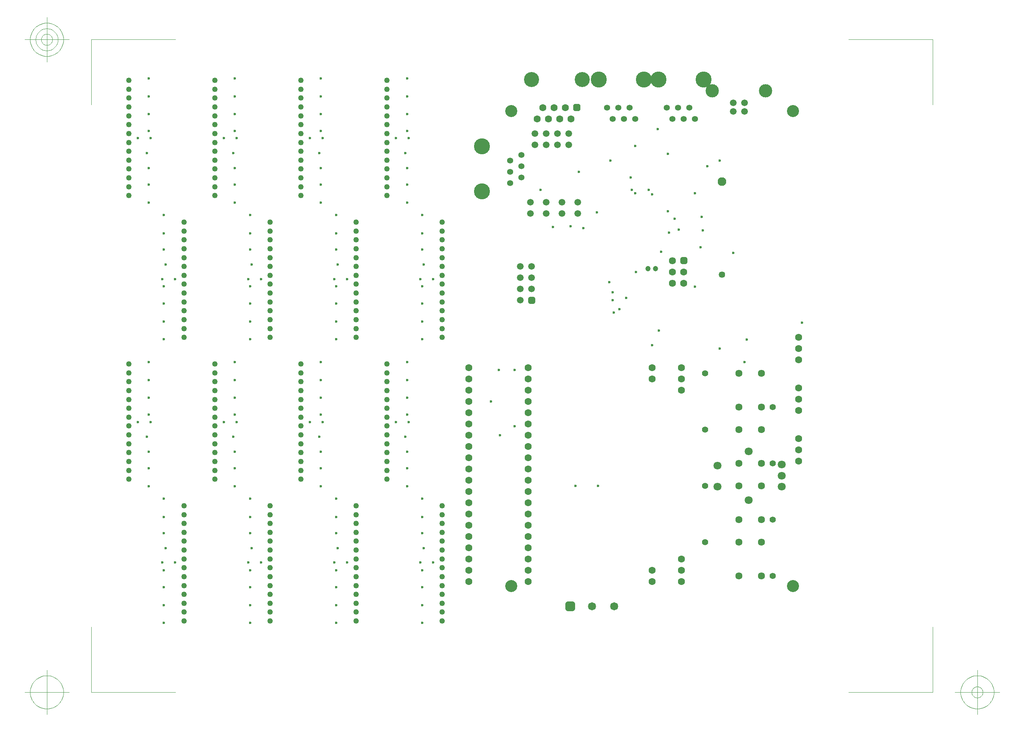
<source format=gbr>
G04 Generated by Ultiboard *
%FSLAX25Y25*%
%MOMM*%

%ADD10C,0.10000*%
%ADD11C,0.60000*%
%ADD12C,1.60000*%
%ADD13C,1.45560*%
%ADD14C,1.95560*%
%ADD15C,1.35560*%
%ADD16C,3.60560*%
%ADD17R,0.60508X0.60508*%
%ADD18C,0.99492*%
%ADD19C,1.60884*%
%ADD20C,3.38684*%
%ADD21C,1.60800*%
%ADD22R,0.75342X0.75342*%
%ADD23C,0.84658*%
%ADD24C,1.25000*%
%ADD25C,2.70916*%
%ADD26C,1.82016*%
%ADD27R,0.95250X0.95250*%
%ADD28C,1.29108*%
%ADD29C,1.50000*%
%ADD30R,0.63500X0.63500*%
%ADD31C,0.88900*%
%ADD32C,1.20000*%
%ADD33C,3.00000*%
%ADD34C,1.39700*%
%ADD35C,1.80000*%


%LNCopper Inner 1*%
%LPD*%
%FSLAX25Y25*%
%MOMM*%
G54D10*
X-500000Y-1186867D02*
X-500000Y285820D01*
X-500000Y-1186867D02*
X1397147Y-1186867D01*
X18471467Y-1186867D02*
X16574320Y-1186867D01*
X18471467Y-1186867D02*
X18471467Y285820D01*
X18471467Y13540000D02*
X18471467Y12067314D01*
X18471467Y13540000D02*
X16574320Y13540000D01*
X-500000Y13540000D02*
X1397147Y13540000D01*
X-500000Y13540000D02*
X-500000Y12067314D01*
X-1000000Y-1186867D02*
X-2000000Y-1186867D01*
X-1500000Y-1686867D02*
X-1500000Y-686867D01*
X-1125000Y-1186867D02*
X-1126806Y-1150110D01*
X-1126806Y-1150110D02*
X-1132206Y-1113708D01*
X-1132206Y-1113708D02*
X-1141147Y-1078010D01*
X-1141147Y-1078010D02*
X-1153545Y-1043360D01*
X-1153545Y-1043360D02*
X-1169280Y-1010093D01*
X-1169280Y-1010093D02*
X-1188199Y-978528D01*
X-1188199Y-978528D02*
X-1210121Y-948969D01*
X-1210121Y-948969D02*
X-1234835Y-921702D01*
X-1234835Y-921702D02*
X-1262103Y-896988D01*
X-1262103Y-896988D02*
X-1291661Y-875066D01*
X-1291661Y-875066D02*
X-1323226Y-856146D01*
X-1323226Y-856146D02*
X-1356494Y-840412D01*
X-1356494Y-840412D02*
X-1391143Y-828014D01*
X-1391143Y-828014D02*
X-1426841Y-819072D01*
X-1426841Y-819072D02*
X-1463244Y-813672D01*
X-1463244Y-813672D02*
X-1500000Y-811867D01*
X-1500000Y-811867D02*
X-1536756Y-813672D01*
X-1536756Y-813672D02*
X-1573159Y-819072D01*
X-1573159Y-819072D02*
X-1608857Y-828014D01*
X-1608857Y-828014D02*
X-1643506Y-840412D01*
X-1643506Y-840412D02*
X-1676774Y-856146D01*
X-1676774Y-856146D02*
X-1708339Y-875066D01*
X-1708339Y-875066D02*
X-1737897Y-896988D01*
X-1737897Y-896988D02*
X-1765165Y-921702D01*
X-1765165Y-921702D02*
X-1789879Y-948969D01*
X-1789879Y-948969D02*
X-1811801Y-978528D01*
X-1811801Y-978528D02*
X-1830720Y-1010093D01*
X-1830720Y-1010093D02*
X-1846455Y-1043360D01*
X-1846455Y-1043360D02*
X-1858853Y-1078010D01*
X-1858853Y-1078010D02*
X-1867794Y-1113708D01*
X-1867794Y-1113708D02*
X-1873194Y-1150110D01*
X-1873194Y-1150110D02*
X-1875000Y-1186867D01*
X-1875000Y-1186867D02*
X-1873194Y-1223623D01*
X-1873194Y-1223623D02*
X-1867794Y-1260025D01*
X-1867794Y-1260025D02*
X-1858853Y-1295723D01*
X-1858853Y-1295723D02*
X-1846455Y-1330373D01*
X-1846455Y-1330373D02*
X-1830720Y-1363640D01*
X-1830720Y-1363640D02*
X-1811801Y-1395205D01*
X-1811801Y-1395205D02*
X-1789879Y-1424764D01*
X-1789879Y-1424764D02*
X-1765165Y-1452032D01*
X-1765165Y-1452032D02*
X-1737897Y-1476746D01*
X-1737897Y-1476746D02*
X-1708339Y-1498668D01*
X-1708339Y-1498668D02*
X-1676774Y-1517587D01*
X-1676774Y-1517587D02*
X-1643506Y-1533321D01*
X-1643506Y-1533321D02*
X-1608857Y-1545719D01*
X-1608857Y-1545719D02*
X-1573159Y-1554661D01*
X-1573159Y-1554661D02*
X-1536756Y-1560061D01*
X-1536756Y-1560061D02*
X-1500000Y-1561867D01*
X-1500000Y-1561867D02*
X-1463244Y-1560061D01*
X-1463244Y-1560061D02*
X-1426841Y-1554661D01*
X-1426841Y-1554661D02*
X-1391143Y-1545719D01*
X-1391143Y-1545719D02*
X-1356494Y-1533321D01*
X-1356494Y-1533321D02*
X-1323226Y-1517587D01*
X-1323226Y-1517587D02*
X-1291661Y-1498668D01*
X-1291661Y-1498668D02*
X-1262103Y-1476746D01*
X-1262103Y-1476746D02*
X-1234835Y-1452032D01*
X-1234835Y-1452032D02*
X-1210121Y-1424764D01*
X-1210121Y-1424764D02*
X-1188199Y-1395205D01*
X-1188199Y-1395205D02*
X-1169280Y-1363640D01*
X-1169280Y-1363640D02*
X-1153545Y-1330373D01*
X-1153545Y-1330373D02*
X-1141147Y-1295723D01*
X-1141147Y-1295723D02*
X-1132206Y-1260025D01*
X-1132206Y-1260025D02*
X-1126806Y-1223623D01*
X-1126806Y-1223623D02*
X-1125000Y-1186867D01*
X18971467Y-1186867D02*
X19971467Y-1186867D01*
X19471467Y-1686867D02*
X19471467Y-686867D01*
X19846467Y-1186867D02*
X19844661Y-1150110D01*
X19844661Y-1150110D02*
X19839261Y-1113708D01*
X19839261Y-1113708D02*
X19830319Y-1078010D01*
X19830319Y-1078010D02*
X19817922Y-1043360D01*
X19817922Y-1043360D02*
X19802187Y-1010093D01*
X19802187Y-1010093D02*
X19783268Y-978528D01*
X19783268Y-978528D02*
X19761346Y-948969D01*
X19761346Y-948969D02*
X19736632Y-921702D01*
X19736632Y-921702D02*
X19709364Y-896988D01*
X19709364Y-896988D02*
X19679806Y-875066D01*
X19679806Y-875066D02*
X19648240Y-856146D01*
X19648240Y-856146D02*
X19614973Y-840412D01*
X19614973Y-840412D02*
X19580323Y-828014D01*
X19580323Y-828014D02*
X19544626Y-819072D01*
X19544626Y-819072D02*
X19508223Y-813672D01*
X19508223Y-813672D02*
X19471467Y-811867D01*
X19471467Y-811867D02*
X19434710Y-813672D01*
X19434710Y-813672D02*
X19398308Y-819072D01*
X19398308Y-819072D02*
X19362610Y-828014D01*
X19362610Y-828014D02*
X19327961Y-840412D01*
X19327961Y-840412D02*
X19294693Y-856146D01*
X19294693Y-856146D02*
X19263128Y-875066D01*
X19263128Y-875066D02*
X19233569Y-896988D01*
X19233569Y-896988D02*
X19206302Y-921702D01*
X19206302Y-921702D02*
X19181588Y-948969D01*
X19181588Y-948969D02*
X19159666Y-978528D01*
X19159666Y-978528D02*
X19140746Y-1010093D01*
X19140746Y-1010093D02*
X19125012Y-1043360D01*
X19125012Y-1043360D02*
X19112614Y-1078010D01*
X19112614Y-1078010D02*
X19103672Y-1113708D01*
X19103672Y-1113708D02*
X19098273Y-1150110D01*
X19098273Y-1150110D02*
X19096467Y-1186867D01*
X19096467Y-1186867D02*
X19098273Y-1223623D01*
X19098273Y-1223623D02*
X19103672Y-1260025D01*
X19103672Y-1260025D02*
X19112614Y-1295723D01*
X19112614Y-1295723D02*
X19125012Y-1330373D01*
X19125012Y-1330373D02*
X19140746Y-1363640D01*
X19140746Y-1363640D02*
X19159666Y-1395205D01*
X19159666Y-1395205D02*
X19181588Y-1424764D01*
X19181588Y-1424764D02*
X19206302Y-1452032D01*
X19206302Y-1452032D02*
X19233569Y-1476746D01*
X19233569Y-1476746D02*
X19263128Y-1498668D01*
X19263128Y-1498668D02*
X19294693Y-1517587D01*
X19294693Y-1517587D02*
X19327961Y-1533321D01*
X19327961Y-1533321D02*
X19362610Y-1545719D01*
X19362610Y-1545719D02*
X19398308Y-1554661D01*
X19398308Y-1554661D02*
X19434710Y-1560061D01*
X19434710Y-1560061D02*
X19471467Y-1561867D01*
X19471467Y-1561867D02*
X19508223Y-1560061D01*
X19508223Y-1560061D02*
X19544626Y-1554661D01*
X19544626Y-1554661D02*
X19580323Y-1545719D01*
X19580323Y-1545719D02*
X19614973Y-1533321D01*
X19614973Y-1533321D02*
X19648240Y-1517587D01*
X19648240Y-1517587D02*
X19679806Y-1498668D01*
X19679806Y-1498668D02*
X19709364Y-1476746D01*
X19709364Y-1476746D02*
X19736632Y-1452032D01*
X19736632Y-1452032D02*
X19761346Y-1424764D01*
X19761346Y-1424764D02*
X19783268Y-1395205D01*
X19783268Y-1395205D02*
X19802187Y-1363640D01*
X19802187Y-1363640D02*
X19817922Y-1330373D01*
X19817922Y-1330373D02*
X19830319Y-1295723D01*
X19830319Y-1295723D02*
X19839261Y-1260025D01*
X19839261Y-1260025D02*
X19844661Y-1223623D01*
X19844661Y-1223623D02*
X19846467Y-1186867D01*
X19596467Y-1186867D02*
X19595865Y-1174615D01*
X19595865Y-1174615D02*
X19594065Y-1162480D01*
X19594065Y-1162480D02*
X19591084Y-1150581D01*
X19591084Y-1150581D02*
X19586952Y-1139031D01*
X19586952Y-1139031D02*
X19581707Y-1127942D01*
X19581707Y-1127942D02*
X19575400Y-1117420D01*
X19575400Y-1117420D02*
X19568093Y-1107568D01*
X19568093Y-1107568D02*
X19559855Y-1098478D01*
X19559855Y-1098478D02*
X19550766Y-1090240D01*
X19550766Y-1090240D02*
X19540913Y-1082933D01*
X19540913Y-1082933D02*
X19530391Y-1076627D01*
X19530391Y-1076627D02*
X19519302Y-1071382D01*
X19519302Y-1071382D02*
X19507752Y-1067249D01*
X19507752Y-1067249D02*
X19495853Y-1064269D01*
X19495853Y-1064269D02*
X19483719Y-1062469D01*
X19483719Y-1062469D02*
X19471467Y-1061867D01*
X19471467Y-1061867D02*
X19459215Y-1062469D01*
X19459215Y-1062469D02*
X19447081Y-1064269D01*
X19447081Y-1064269D02*
X19435181Y-1067249D01*
X19435181Y-1067249D02*
X19423631Y-1071382D01*
X19423631Y-1071382D02*
X19412542Y-1076627D01*
X19412542Y-1076627D02*
X19402021Y-1082933D01*
X19402021Y-1082933D02*
X19392168Y-1090240D01*
X19392168Y-1090240D02*
X19383078Y-1098478D01*
X19383078Y-1098478D02*
X19374840Y-1107568D01*
X19374840Y-1107568D02*
X19367533Y-1117420D01*
X19367533Y-1117420D02*
X19361227Y-1127942D01*
X19361227Y-1127942D02*
X19355982Y-1139031D01*
X19355982Y-1139031D02*
X19351849Y-1150581D01*
X19351849Y-1150581D02*
X19348869Y-1162480D01*
X19348869Y-1162480D02*
X19347069Y-1174615D01*
X19347069Y-1174615D02*
X19346467Y-1186867D01*
X19346467Y-1186867D02*
X19347069Y-1199119D01*
X19347069Y-1199119D02*
X19348869Y-1211253D01*
X19348869Y-1211253D02*
X19351849Y-1223152D01*
X19351849Y-1223152D02*
X19355982Y-1234702D01*
X19355982Y-1234702D02*
X19361227Y-1245791D01*
X19361227Y-1245791D02*
X19367533Y-1256313D01*
X19367533Y-1256313D02*
X19374840Y-1266166D01*
X19374840Y-1266166D02*
X19383078Y-1275255D01*
X19383078Y-1275255D02*
X19392168Y-1283493D01*
X19392168Y-1283493D02*
X19402021Y-1290800D01*
X19402021Y-1290800D02*
X19412542Y-1297107D01*
X19412542Y-1297107D02*
X19423631Y-1302352D01*
X19423631Y-1302352D02*
X19435181Y-1306484D01*
X19435181Y-1306484D02*
X19447081Y-1309465D01*
X19447081Y-1309465D02*
X19459215Y-1311265D01*
X19459215Y-1311265D02*
X19471467Y-1311867D01*
X19471467Y-1311867D02*
X19483719Y-1311265D01*
X19483719Y-1311265D02*
X19495853Y-1309465D01*
X19495853Y-1309465D02*
X19507752Y-1306484D01*
X19507752Y-1306484D02*
X19519302Y-1302352D01*
X19519302Y-1302352D02*
X19530391Y-1297107D01*
X19530391Y-1297107D02*
X19540913Y-1290800D01*
X19540913Y-1290800D02*
X19550766Y-1283493D01*
X19550766Y-1283493D02*
X19559855Y-1275255D01*
X19559855Y-1275255D02*
X19568093Y-1266166D01*
X19568093Y-1266166D02*
X19575400Y-1256313D01*
X19575400Y-1256313D02*
X19581707Y-1245791D01*
X19581707Y-1245791D02*
X19586952Y-1234702D01*
X19586952Y-1234702D02*
X19591084Y-1223152D01*
X19591084Y-1223152D02*
X19594065Y-1211253D01*
X19594065Y-1211253D02*
X19595865Y-1199119D01*
X19595865Y-1199119D02*
X19596467Y-1186867D01*
X-1000000Y13540000D02*
X-2000000Y13540000D01*
X-1500000Y13040000D02*
X-1500000Y14040000D01*
X-1125000Y13540000D02*
X-1126806Y13576757D01*
X-1126806Y13576757D02*
X-1132206Y13613159D01*
X-1132206Y13613159D02*
X-1141147Y13648857D01*
X-1141147Y13648857D02*
X-1153545Y13683506D01*
X-1153545Y13683506D02*
X-1169280Y13716774D01*
X-1169280Y13716774D02*
X-1188199Y13748339D01*
X-1188199Y13748339D02*
X-1210121Y13777898D01*
X-1210121Y13777898D02*
X-1234835Y13805165D01*
X-1234835Y13805165D02*
X-1262103Y13829879D01*
X-1262103Y13829879D02*
X-1291661Y13851801D01*
X-1291661Y13851801D02*
X-1323226Y13870721D01*
X-1323226Y13870721D02*
X-1356494Y13886455D01*
X-1356494Y13886455D02*
X-1391143Y13898853D01*
X-1391143Y13898853D02*
X-1426841Y13907795D01*
X-1426841Y13907795D02*
X-1463244Y13913194D01*
X-1463244Y13913194D02*
X-1500000Y13915000D01*
X-1500000Y13915000D02*
X-1536756Y13913194D01*
X-1536756Y13913194D02*
X-1573159Y13907795D01*
X-1573159Y13907795D02*
X-1608857Y13898853D01*
X-1608857Y13898853D02*
X-1643506Y13886455D01*
X-1643506Y13886455D02*
X-1676774Y13870721D01*
X-1676774Y13870721D02*
X-1708339Y13851801D01*
X-1708339Y13851801D02*
X-1737897Y13829879D01*
X-1737897Y13829879D02*
X-1765165Y13805165D01*
X-1765165Y13805165D02*
X-1789879Y13777898D01*
X-1789879Y13777898D02*
X-1811801Y13748339D01*
X-1811801Y13748339D02*
X-1830720Y13716774D01*
X-1830720Y13716774D02*
X-1846455Y13683506D01*
X-1846455Y13683506D02*
X-1858853Y13648857D01*
X-1858853Y13648857D02*
X-1867794Y13613159D01*
X-1867794Y13613159D02*
X-1873194Y13576757D01*
X-1873194Y13576757D02*
X-1875000Y13540000D01*
X-1875000Y13540000D02*
X-1873194Y13503244D01*
X-1873194Y13503244D02*
X-1867794Y13466841D01*
X-1867794Y13466841D02*
X-1858853Y13431143D01*
X-1858853Y13431143D02*
X-1846455Y13396494D01*
X-1846455Y13396494D02*
X-1830720Y13363226D01*
X-1830720Y13363226D02*
X-1811801Y13331661D01*
X-1811801Y13331661D02*
X-1789879Y13302103D01*
X-1789879Y13302103D02*
X-1765165Y13274835D01*
X-1765165Y13274835D02*
X-1737897Y13250121D01*
X-1737897Y13250121D02*
X-1708339Y13228199D01*
X-1708339Y13228199D02*
X-1676774Y13209280D01*
X-1676774Y13209280D02*
X-1643506Y13193545D01*
X-1643506Y13193545D02*
X-1608857Y13181148D01*
X-1608857Y13181148D02*
X-1573159Y13172206D01*
X-1573159Y13172206D02*
X-1536756Y13166806D01*
X-1536756Y13166806D02*
X-1500000Y13165000D01*
X-1500000Y13165000D02*
X-1463244Y13166806D01*
X-1463244Y13166806D02*
X-1426841Y13172206D01*
X-1426841Y13172206D02*
X-1391143Y13181148D01*
X-1391143Y13181148D02*
X-1356494Y13193545D01*
X-1356494Y13193545D02*
X-1323226Y13209280D01*
X-1323226Y13209280D02*
X-1291661Y13228199D01*
X-1291661Y13228199D02*
X-1262103Y13250121D01*
X-1262103Y13250121D02*
X-1234835Y13274835D01*
X-1234835Y13274835D02*
X-1210121Y13302103D01*
X-1210121Y13302103D02*
X-1188199Y13331661D01*
X-1188199Y13331661D02*
X-1169280Y13363226D01*
X-1169280Y13363226D02*
X-1153545Y13396494D01*
X-1153545Y13396494D02*
X-1141147Y13431143D01*
X-1141147Y13431143D02*
X-1132206Y13466841D01*
X-1132206Y13466841D02*
X-1126806Y13503244D01*
X-1126806Y13503244D02*
X-1125000Y13540000D01*
X-1250000Y13540000D02*
X-1251204Y13564504D01*
X-1251204Y13564504D02*
X-1254804Y13588773D01*
X-1254804Y13588773D02*
X-1260765Y13612571D01*
X-1260765Y13612571D02*
X-1269030Y13635671D01*
X-1269030Y13635671D02*
X-1279520Y13657849D01*
X-1279520Y13657849D02*
X-1292133Y13678893D01*
X-1292133Y13678893D02*
X-1306747Y13698598D01*
X-1306747Y13698598D02*
X-1323223Y13716777D01*
X-1323223Y13716777D02*
X-1341402Y13733253D01*
X-1341402Y13733253D02*
X-1361108Y13747868D01*
X-1361108Y13747868D02*
X-1382151Y13760480D01*
X-1382151Y13760480D02*
X-1404329Y13770970D01*
X-1404329Y13770970D02*
X-1427429Y13779235D01*
X-1427429Y13779235D02*
X-1451228Y13785196D01*
X-1451228Y13785196D02*
X-1475496Y13788796D01*
X-1475496Y13788796D02*
X-1500000Y13790000D01*
X-1500000Y13790000D02*
X-1524504Y13788796D01*
X-1524504Y13788796D02*
X-1548773Y13785196D01*
X-1548773Y13785196D02*
X-1572571Y13779235D01*
X-1572571Y13779235D02*
X-1595671Y13770970D01*
X-1595671Y13770970D02*
X-1617849Y13760480D01*
X-1617849Y13760480D02*
X-1638893Y13747868D01*
X-1638893Y13747868D02*
X-1658598Y13733253D01*
X-1658598Y13733253D02*
X-1676777Y13716777D01*
X-1676777Y13716777D02*
X-1693253Y13698598D01*
X-1693253Y13698598D02*
X-1707867Y13678893D01*
X-1707867Y13678893D02*
X-1720480Y13657849D01*
X-1720480Y13657849D02*
X-1730970Y13635671D01*
X-1730970Y13635671D02*
X-1739235Y13612571D01*
X-1739235Y13612571D02*
X-1745196Y13588773D01*
X-1745196Y13588773D02*
X-1748796Y13564504D01*
X-1748796Y13564504D02*
X-1750000Y13540000D01*
X-1750000Y13540000D02*
X-1748796Y13515496D01*
X-1748796Y13515496D02*
X-1745196Y13491228D01*
X-1745196Y13491228D02*
X-1739235Y13467429D01*
X-1739235Y13467429D02*
X-1730970Y13444329D01*
X-1730970Y13444329D02*
X-1720480Y13422151D01*
X-1720480Y13422151D02*
X-1707867Y13401108D01*
X-1707867Y13401108D02*
X-1693253Y13381402D01*
X-1693253Y13381402D02*
X-1676777Y13363223D01*
X-1676777Y13363223D02*
X-1658598Y13346748D01*
X-1658598Y13346748D02*
X-1638893Y13332133D01*
X-1638893Y13332133D02*
X-1617849Y13319520D01*
X-1617849Y13319520D02*
X-1595671Y13309030D01*
X-1595671Y13309030D02*
X-1572571Y13300765D01*
X-1572571Y13300765D02*
X-1548773Y13294804D01*
X-1548773Y13294804D02*
X-1524504Y13291204D01*
X-1524504Y13291204D02*
X-1500000Y13290000D01*
X-1500000Y13290000D02*
X-1475496Y13291204D01*
X-1475496Y13291204D02*
X-1451228Y13294804D01*
X-1451228Y13294804D02*
X-1427429Y13300765D01*
X-1427429Y13300765D02*
X-1404329Y13309030D01*
X-1404329Y13309030D02*
X-1382151Y13319520D01*
X-1382151Y13319520D02*
X-1361108Y13332133D01*
X-1361108Y13332133D02*
X-1341402Y13346748D01*
X-1341402Y13346748D02*
X-1323223Y13363223D01*
X-1323223Y13363223D02*
X-1306747Y13381402D01*
X-1306747Y13381402D02*
X-1292133Y13401108D01*
X-1292133Y13401108D02*
X-1279520Y13422151D01*
X-1279520Y13422151D02*
X-1269030Y13444329D01*
X-1269030Y13444329D02*
X-1260765Y13467429D01*
X-1260765Y13467429D02*
X-1254804Y13491228D01*
X-1254804Y13491228D02*
X-1251204Y13515496D01*
X-1251204Y13515496D02*
X-1250000Y13540000D01*
X-1375000Y13540000D02*
X-1375602Y13552252D01*
X-1375602Y13552252D02*
X-1377402Y13564386D01*
X-1377402Y13564386D02*
X-1380383Y13576286D01*
X-1380383Y13576286D02*
X-1384515Y13587836D01*
X-1384515Y13587836D02*
X-1389760Y13598925D01*
X-1389760Y13598925D02*
X-1396066Y13609446D01*
X-1396066Y13609446D02*
X-1403374Y13619299D01*
X-1403374Y13619299D02*
X-1411612Y13628388D01*
X-1411612Y13628388D02*
X-1420701Y13636626D01*
X-1420701Y13636626D02*
X-1430554Y13643934D01*
X-1430554Y13643934D02*
X-1441076Y13650240D01*
X-1441076Y13650240D02*
X-1452165Y13655485D01*
X-1452165Y13655485D02*
X-1463715Y13659618D01*
X-1463715Y13659618D02*
X-1475614Y13662598D01*
X-1475614Y13662598D02*
X-1487748Y13664398D01*
X-1487748Y13664398D02*
X-1500000Y13665000D01*
X-1500000Y13665000D02*
X-1512252Y13664398D01*
X-1512252Y13664398D02*
X-1524386Y13662598D01*
X-1524386Y13662598D02*
X-1536286Y13659618D01*
X-1536286Y13659618D02*
X-1547835Y13655485D01*
X-1547835Y13655485D02*
X-1558925Y13650240D01*
X-1558925Y13650240D02*
X-1569446Y13643934D01*
X-1569446Y13643934D02*
X-1579299Y13636626D01*
X-1579299Y13636626D02*
X-1588388Y13628388D01*
X-1588388Y13628388D02*
X-1596626Y13619299D01*
X-1596626Y13619299D02*
X-1603934Y13609446D01*
X-1603934Y13609446D02*
X-1610240Y13598925D01*
X-1610240Y13598925D02*
X-1615485Y13587836D01*
X-1615485Y13587836D02*
X-1619618Y13576286D01*
X-1619618Y13576286D02*
X-1622598Y13564386D01*
X-1622598Y13564386D02*
X-1624398Y13552252D01*
X-1624398Y13552252D02*
X-1625000Y13540000D01*
X-1625000Y13540000D02*
X-1624398Y13527748D01*
X-1624398Y13527748D02*
X-1622598Y13515614D01*
X-1622598Y13515614D02*
X-1619618Y13503715D01*
X-1619618Y13503715D02*
X-1615485Y13492165D01*
X-1615485Y13492165D02*
X-1610240Y13481076D01*
X-1610240Y13481076D02*
X-1603934Y13470554D01*
X-1603934Y13470554D02*
X-1596626Y13460701D01*
X-1596626Y13460701D02*
X-1588388Y13451612D01*
X-1588388Y13451612D02*
X-1579299Y13443374D01*
X-1579299Y13443374D02*
X-1569446Y13436066D01*
X-1569446Y13436066D02*
X-1558925Y13429760D01*
X-1558925Y13429760D02*
X-1547835Y13424515D01*
X-1547835Y13424515D02*
X-1536286Y13420383D01*
X-1536286Y13420383D02*
X-1524386Y13417402D01*
X-1524386Y13417402D02*
X-1512252Y13415602D01*
X-1512252Y13415602D02*
X-1500000Y13415000D01*
X-1500000Y13415000D02*
X-1487748Y13415602D01*
X-1487748Y13415602D02*
X-1475614Y13417402D01*
X-1475614Y13417402D02*
X-1463715Y13420383D01*
X-1463715Y13420383D02*
X-1452165Y13424515D01*
X-1452165Y13424515D02*
X-1441076Y13429760D01*
X-1441076Y13429760D02*
X-1430554Y13436066D01*
X-1430554Y13436066D02*
X-1420701Y13443374D01*
X-1420701Y13443374D02*
X-1411612Y13451612D01*
X-1411612Y13451612D02*
X-1403374Y13460701D01*
X-1403374Y13460701D02*
X-1396066Y13470554D01*
X-1396066Y13470554D02*
X-1389760Y13481076D01*
X-1389760Y13481076D02*
X-1384515Y13492165D01*
X-1384515Y13492165D02*
X-1380383Y13503715D01*
X-1380383Y13503715D02*
X-1377402Y13515614D01*
X-1377402Y13515614D02*
X-1375602Y13527748D01*
X-1375602Y13527748D02*
X-1375000Y13540000D01*
G54D11*
X12748200Y9255400D03*
X6370000Y4905000D03*
X6370000Y11315000D03*
X3080000Y3180000D03*
X1140000Y3180000D03*
X1140000Y1560000D03*
X1140000Y780000D03*
X1140000Y380000D03*
X1140000Y1180000D03*
X1140000Y2400000D03*
X1180000Y2060000D03*
X1100000Y1740000D03*
X1390000Y1740000D03*
X1140000Y2770000D03*
X3080000Y1560000D03*
X3080000Y780000D03*
X3080000Y380000D03*
X3080000Y1180000D03*
X3080000Y2400000D03*
X3040000Y1740000D03*
X3120000Y2060000D03*
X3080000Y2770000D03*
X760000Y4580000D03*
X800000Y3870000D03*
X800000Y3460000D03*
X800000Y4240000D03*
X840000Y4905000D03*
X800000Y6260000D03*
X800000Y5460000D03*
X800000Y5080000D03*
X800000Y5860000D03*
X550000Y4905000D03*
X2740000Y3460000D03*
X2740000Y3870000D03*
X2740000Y4240000D03*
X2700000Y4580000D03*
X2780000Y4905000D03*
X2490000Y4905000D03*
X2740000Y5080000D03*
X2740000Y5460000D03*
X2740000Y5860000D03*
X2740000Y6260000D03*
X5020000Y3180000D03*
X3330000Y1740000D03*
X5020000Y1560000D03*
X5020000Y780000D03*
X5020000Y380000D03*
X5020000Y1180000D03*
X5020000Y2400000D03*
X4980000Y1740000D03*
X5060000Y2060000D03*
X5270000Y1740000D03*
X5020000Y2770000D03*
X4680000Y3460000D03*
X4680000Y3870000D03*
X4680000Y4240000D03*
X4640000Y4580000D03*
X4430000Y4905000D03*
X4720000Y4905000D03*
X4680000Y5080000D03*
X4680000Y5460000D03*
X4680000Y5860000D03*
X4680000Y6260000D03*
X3080000Y9580000D03*
X1140000Y9580000D03*
X1140000Y7970000D03*
X1140000Y7180000D03*
X1140000Y6780000D03*
X1140000Y7580000D03*
X1140000Y8800000D03*
X1180000Y8460000D03*
X1100000Y8135000D03*
X1390000Y8135000D03*
X1140000Y9170000D03*
X3080000Y7970000D03*
X3080000Y7180000D03*
X3080000Y6780000D03*
X3080000Y7580000D03*
X3080000Y8800000D03*
X3040000Y8135000D03*
X3120000Y8460000D03*
X3080000Y9170000D03*
X760000Y10980000D03*
X800000Y10270000D03*
X800000Y9860000D03*
X800000Y10640000D03*
X840000Y11315000D03*
X800000Y12660000D03*
X800000Y11860000D03*
X800000Y11480000D03*
X800000Y12260000D03*
X550000Y11315000D03*
X2740000Y9860000D03*
X2740000Y10270000D03*
X2740000Y10640000D03*
X2700000Y10980000D03*
X2780000Y11315000D03*
X2490000Y11315000D03*
X2740000Y11480000D03*
X2740000Y11860000D03*
X2740000Y12260000D03*
X2740000Y12660000D03*
X5020000Y9580000D03*
X3330000Y8135000D03*
X5020000Y7970000D03*
X5020000Y7180000D03*
X5020000Y6780000D03*
X5020000Y7580000D03*
X5020000Y8800000D03*
X4980000Y8135000D03*
X5060000Y8460000D03*
X5270000Y8135000D03*
X5020000Y9170000D03*
X4680000Y9860000D03*
X4680000Y10270000D03*
X4680000Y10640000D03*
X4640000Y10980000D03*
X4430000Y11315000D03*
X4720000Y11315000D03*
X4680000Y11480000D03*
X4680000Y11860000D03*
X4680000Y12260000D03*
X4680000Y12660000D03*
X6960000Y3180000D03*
X6960000Y1560000D03*
X6960000Y780000D03*
X6960000Y380000D03*
X6960000Y1180000D03*
X7210000Y1740000D03*
X6960000Y2400000D03*
X6920000Y1740000D03*
X7000000Y2060000D03*
X6960000Y2770000D03*
X6620000Y3460000D03*
X6620000Y3870000D03*
X6620000Y4240000D03*
X6580000Y4580000D03*
X6660000Y4905000D03*
X6620000Y5080000D03*
X6620000Y5460000D03*
X6620000Y5860000D03*
X6620000Y6260000D03*
X9046200Y4816800D03*
X8716000Y4613600D03*
X8512800Y5375600D03*
X8690600Y6086800D03*
X9046200Y6086800D03*
X10417800Y3470600D03*
X10925800Y3470600D03*
X9630400Y10150800D03*
X6960000Y9580000D03*
X6960000Y7970000D03*
X6960000Y7180000D03*
X6960000Y6780000D03*
X6960000Y7580000D03*
X7210000Y8135000D03*
X6960000Y8800000D03*
X6920000Y8135000D03*
X7000000Y8460000D03*
X6960000Y9170000D03*
X6620000Y9860000D03*
X6620000Y10270000D03*
X6620000Y10640000D03*
X6580000Y10980000D03*
X6660000Y11315000D03*
X6620000Y11480000D03*
X6620000Y11860000D03*
X6620000Y12260000D03*
X6620000Y12660000D03*
X10900400Y9642800D03*
X11179800Y8068000D03*
X9909800Y9312600D03*
X10302200Y9324000D03*
X10595600Y9287200D03*
X11560800Y7712400D03*
X11281400Y7382200D03*
X11408400Y7458400D03*
X11256000Y7661600D03*
X11256000Y7839400D03*
X12145000Y6645600D03*
X12297400Y6975800D03*
X11779800Y8296600D03*
X12348200Y8753800D03*
X12526000Y9185600D03*
X12648000Y9495400D03*
X11205200Y10811200D03*
X10494000Y10557200D03*
X11662400Y10430200D03*
X11687800Y10150800D03*
X11764000Y10074600D03*
X11764000Y11141400D03*
X12145000Y10049200D03*
X12068800Y10150800D03*
X12500600Y9668200D03*
X12500600Y10963600D03*
X12272000Y11522400D03*
X14227800Y6264600D03*
X13110200Y7966400D03*
X13669000Y6569400D03*
X14278600Y6772600D03*
X13237200Y8855400D03*
X13288000Y9236400D03*
X13262600Y9541200D03*
X13973800Y8728400D03*
X15523200Y7153600D03*
X13110200Y10074600D03*
X13389600Y10684200D03*
X13669000Y10811200D03*
G54D12*
X9351000Y1565600D03*
X9351000Y1311600D03*
X9351000Y2327600D03*
X9351000Y2073600D03*
X9351000Y1819600D03*
X9351000Y2835600D03*
X9351000Y2581600D03*
X9351000Y3089600D03*
X9351000Y4867600D03*
X9351000Y3597600D03*
X9351000Y3343600D03*
X9351000Y3851600D03*
X9351000Y4359600D03*
X9351000Y4105600D03*
X9351000Y4613600D03*
X9351000Y5629600D03*
X9351000Y5121600D03*
X9351000Y5375600D03*
X9351000Y5883600D03*
X9351000Y6137600D03*
X12145000Y1565600D03*
X12145000Y1311600D03*
X12145000Y5883600D03*
X12145000Y6137600D03*
X12805400Y1819600D03*
X12805400Y1311600D03*
X12805400Y1565600D03*
X12805400Y5629600D03*
X12805400Y6137600D03*
X12805400Y5883600D03*
X8009400Y3089600D03*
X8009400Y1819600D03*
X8009400Y1311600D03*
X8009400Y1565600D03*
X8009400Y2581600D03*
X8009400Y2073600D03*
X8009400Y2327600D03*
X8009400Y2835600D03*
X8009400Y3343600D03*
X8009400Y4867600D03*
X8009400Y4105600D03*
X8009400Y3597600D03*
X8009400Y3851600D03*
X8009400Y4613600D03*
X8009400Y4359600D03*
X8009400Y5629600D03*
X8009400Y5375600D03*
X8009400Y5121600D03*
X8009400Y6137600D03*
X8009400Y5883600D03*
X12856200Y8042600D03*
X12856200Y8296600D03*
X12602200Y8296600D03*
X9554200Y11751000D03*
X9681200Y12005000D03*
X10189200Y12005000D03*
X9935200Y12005000D03*
X10062200Y11751000D03*
X9808200Y11751000D03*
X15447000Y6315400D03*
X15447000Y6823400D03*
X15447000Y6569400D03*
X15447000Y4029400D03*
X15447000Y4283400D03*
X15447000Y4537400D03*
X15447000Y5680400D03*
X15447000Y5172400D03*
X15447000Y5426400D03*
G54D13*
X13720400Y8234600D03*
G54D14*
X13720400Y10334600D03*
G54D15*
X12729200Y12005000D03*
X12856200Y11751000D03*
X12475200Y12005000D03*
X12602200Y11751000D03*
X12983200Y12005000D03*
X13110200Y11751000D03*
X11129000Y12005000D03*
X11256000Y11751000D03*
X11383000Y12005000D03*
X11637000Y12005000D03*
X11510000Y11751000D03*
X11764000Y11751000D03*
X9198600Y10430200D03*
X8944600Y10303200D03*
X9198600Y10938200D03*
X9198600Y10684200D03*
X8944600Y10811200D03*
X8944600Y10557200D03*
G54D16*
X12284700Y12640000D03*
X13300700Y12640000D03*
X10938500Y12640000D03*
X11954500Y12640000D03*
X8309600Y11128700D03*
X8309600Y10112700D03*
G54D17*
X12856200Y8550600D03*
G54D18*
X12825946Y8520346D02*
X12886454Y8520346D01*
X12886454Y8580854D01*
X12825946Y8580854D01*
X12825946Y8520346D01*D02*
G54D19*
X12602200Y8042600D03*
X12602200Y8550600D03*
X14100800Y2708600D03*
X14608800Y2708600D03*
X14100800Y3470600D03*
X14608800Y3470600D03*
X14100800Y1438600D03*
X14100800Y2200600D03*
X14608800Y1438600D03*
X14608800Y2200600D03*
X14100800Y4740600D03*
X14100800Y3978600D03*
X14608800Y4740600D03*
X14608800Y3978600D03*
X14100800Y5248600D03*
X14100800Y6010600D03*
X14608800Y5248600D03*
X14608800Y6010600D03*
G54D20*
X9427200Y12640000D03*
X10570200Y12640000D03*
G54D21*
X10316200Y11751000D03*
G54D22*
X10443200Y12005000D03*
G54D23*
X10405529Y11967329D02*
X10480871Y11967329D01*
X10480871Y12042671D01*
X10405529Y12042671D01*
X10405529Y11967329D01*D02*
G54D24*
X1590000Y820000D03*
X1590000Y1020000D03*
X1590000Y1220000D03*
X1590000Y1420000D03*
X1590000Y2020000D03*
X1590000Y2220000D03*
X1590000Y2420000D03*
X1590000Y2620000D03*
X1590000Y1820000D03*
X1590000Y2820000D03*
X1590000Y1620000D03*
X1590000Y620000D03*
X1590000Y420000D03*
X1590000Y3020000D03*
X350000Y4820000D03*
X350000Y4020000D03*
X350000Y3620000D03*
X350000Y3820000D03*
X350000Y4620000D03*
X350000Y4420000D03*
X350000Y4220000D03*
X350000Y5620000D03*
X350000Y5420000D03*
X350000Y5220000D03*
X350000Y5020000D03*
X350000Y5820000D03*
X350000Y6020000D03*
X350000Y6220000D03*
X2290000Y4820000D03*
X2290000Y4020000D03*
X2290000Y3620000D03*
X2290000Y3820000D03*
X2290000Y4420000D03*
X2290000Y4220000D03*
X2290000Y4620000D03*
X2290000Y5620000D03*
X2290000Y5220000D03*
X2290000Y5020000D03*
X2290000Y5420000D03*
X2290000Y6020000D03*
X2290000Y5820000D03*
X2290000Y6220000D03*
X3530000Y1620000D03*
X3530000Y820000D03*
X3530000Y620000D03*
X3530000Y420000D03*
X3530000Y1020000D03*
X3530000Y1220000D03*
X3530000Y1420000D03*
X3530000Y2420000D03*
X3530000Y2020000D03*
X3530000Y2220000D03*
X3530000Y1820000D03*
X3530000Y2620000D03*
X3530000Y2820000D03*
X3530000Y3020000D03*
X5470000Y1620000D03*
X5470000Y820000D03*
X5470000Y420000D03*
X5470000Y620000D03*
X5470000Y1220000D03*
X5470000Y1020000D03*
X5470000Y1420000D03*
X5470000Y2420000D03*
X5470000Y2020000D03*
X5470000Y1820000D03*
X5470000Y2220000D03*
X5470000Y2820000D03*
X5470000Y2620000D03*
X5470000Y3020000D03*
X4230000Y4820000D03*
X4230000Y4020000D03*
X4230000Y3620000D03*
X4230000Y3820000D03*
X4230000Y4420000D03*
X4230000Y4220000D03*
X4230000Y4620000D03*
X4230000Y5620000D03*
X4230000Y5220000D03*
X4230000Y5020000D03*
X4230000Y5420000D03*
X4230000Y6020000D03*
X4230000Y5820000D03*
X4230000Y6220000D03*
X6170000Y4820000D03*
X6170000Y4020000D03*
X6170000Y3620000D03*
X6170000Y3820000D03*
X6170000Y4420000D03*
X6170000Y4220000D03*
X6170000Y4620000D03*
X6170000Y5620000D03*
X6170000Y5220000D03*
X6170000Y5020000D03*
X6170000Y5420000D03*
X6170000Y6020000D03*
X6170000Y5820000D03*
X6170000Y6220000D03*
X1590000Y7220000D03*
X1590000Y7420000D03*
X1590000Y7620000D03*
X1590000Y7820000D03*
X1590000Y8420000D03*
X1590000Y8620000D03*
X1590000Y8820000D03*
X1590000Y9020000D03*
X1590000Y8220000D03*
X1590000Y9220000D03*
X1590000Y8020000D03*
X1590000Y7020000D03*
X1590000Y9420000D03*
X1590000Y6820000D03*
X350000Y11220000D03*
X350000Y10420000D03*
X350000Y10220000D03*
X350000Y10020000D03*
X350000Y11020000D03*
X350000Y10820000D03*
X350000Y10620000D03*
X350000Y12020000D03*
X350000Y11820000D03*
X350000Y11620000D03*
X350000Y11420000D03*
X350000Y12220000D03*
X350000Y12420000D03*
X350000Y12620000D03*
X2290000Y11220000D03*
X2290000Y10420000D03*
X2290000Y10020000D03*
X2290000Y10220000D03*
X2290000Y10820000D03*
X2290000Y10620000D03*
X2290000Y11020000D03*
X2290000Y12020000D03*
X2290000Y11620000D03*
X2290000Y11420000D03*
X2290000Y11820000D03*
X2290000Y12420000D03*
X2290000Y12220000D03*
X2290000Y12620000D03*
X3530000Y8020000D03*
X3530000Y7220000D03*
X3530000Y7020000D03*
X3530000Y6820000D03*
X3530000Y7420000D03*
X3530000Y7620000D03*
X3530000Y7820000D03*
X3530000Y8820000D03*
X3530000Y8420000D03*
X3530000Y8620000D03*
X3530000Y8220000D03*
X3530000Y9020000D03*
X3530000Y9220000D03*
X3530000Y9420000D03*
X5470000Y8020000D03*
X5470000Y7220000D03*
X5470000Y6820000D03*
X5470000Y7020000D03*
X5470000Y7620000D03*
X5470000Y7420000D03*
X5470000Y7820000D03*
X5470000Y8820000D03*
X5470000Y8420000D03*
X5470000Y8220000D03*
X5470000Y8620000D03*
X5470000Y9220000D03*
X5470000Y9020000D03*
X5470000Y9420000D03*
X4230000Y11220000D03*
X4230000Y10420000D03*
X4230000Y10020000D03*
X4230000Y10220000D03*
X4230000Y10820000D03*
X4230000Y10620000D03*
X4230000Y11020000D03*
X4230000Y12020000D03*
X4230000Y11620000D03*
X4230000Y11420000D03*
X4230000Y11820000D03*
X4230000Y12420000D03*
X4230000Y12220000D03*
X4230000Y12620000D03*
X6170000Y11220000D03*
X6170000Y10420000D03*
X6170000Y10020000D03*
X6170000Y10220000D03*
X6170000Y10820000D03*
X6170000Y10620000D03*
X6170000Y11020000D03*
X6170000Y12020000D03*
X6170000Y11620000D03*
X6170000Y11420000D03*
X6170000Y11820000D03*
X6170000Y12420000D03*
X6170000Y12220000D03*
X6170000Y12620000D03*
X7410000Y1620000D03*
X7410000Y820000D03*
X7410000Y420000D03*
X7410000Y620000D03*
X7410000Y1220000D03*
X7410000Y1020000D03*
X7410000Y1420000D03*
X7410000Y2420000D03*
X7410000Y2020000D03*
X7410000Y1820000D03*
X7410000Y2220000D03*
X7410000Y2820000D03*
X7410000Y2620000D03*
X7410000Y3020000D03*
X7410000Y8020000D03*
X7410000Y7220000D03*
X7410000Y6820000D03*
X7410000Y7020000D03*
X7410000Y7620000D03*
X7410000Y7420000D03*
X7410000Y7820000D03*
X7410000Y8820000D03*
X7410000Y8420000D03*
X7410000Y8220000D03*
X7410000Y8620000D03*
X7410000Y9220000D03*
X7410000Y9020000D03*
X7410000Y9420000D03*
G54D25*
X8970000Y1210000D03*
X8970000Y11928800D03*
X15320000Y1210000D03*
X15320000Y11928800D03*
G54D26*
X11289867Y752800D03*
X10790333Y752800D03*
G54D27*
X10290800Y752800D03*
G54D28*
X10243175Y705175D02*
X10338425Y705175D01*
X10338425Y800425D01*
X10243175Y800425D01*
X10243175Y705175D01*D02*
G54D29*
X9757400Y9617400D03*
X9757400Y9871400D03*
X9503400Y11420800D03*
X10011400Y11420800D03*
X9757400Y11420800D03*
X10265400Y11420800D03*
X9503400Y11166800D03*
X10265400Y11166800D03*
X10011400Y11166800D03*
X9757400Y11166800D03*
X9401800Y9617400D03*
X9401800Y9871400D03*
X9173200Y7915600D03*
X9427200Y7915600D03*
X9173200Y7661600D03*
X9173200Y8169600D03*
X9173200Y8423600D03*
X9427200Y8423600D03*
X9427200Y8169600D03*
X10113000Y9617400D03*
X10113000Y9871400D03*
X10468600Y9617400D03*
X10468600Y9871400D03*
X13975800Y11916000D03*
X14225800Y11916000D03*
X13975800Y12116000D03*
X14225800Y12116000D03*
G54D30*
X9427200Y7661600D03*
G54D31*
X9395450Y7629850D02*
X9458950Y7629850D01*
X9458950Y7693350D01*
X9395450Y7693350D01*
X9395450Y7629850D01*D02*
G54D32*
X12051867Y8372800D03*
X12221200Y8372800D03*
G54D33*
X13500800Y12386000D03*
X14700800Y12386000D03*
G54D34*
X14862800Y2708600D03*
X13338800Y3470600D03*
X13338800Y2200600D03*
X14862800Y1438600D03*
X13338800Y4740600D03*
X14862800Y3978600D03*
X13338800Y6010600D03*
X14862800Y5248600D03*
G54D35*
X14316000Y3149200D03*
X14316000Y4249200D03*
X13616000Y3449200D03*
X13616000Y3924200D03*
X15066000Y3949200D03*
X15066000Y3699200D03*
X15066000Y3449200D03*

M00*

</source>
